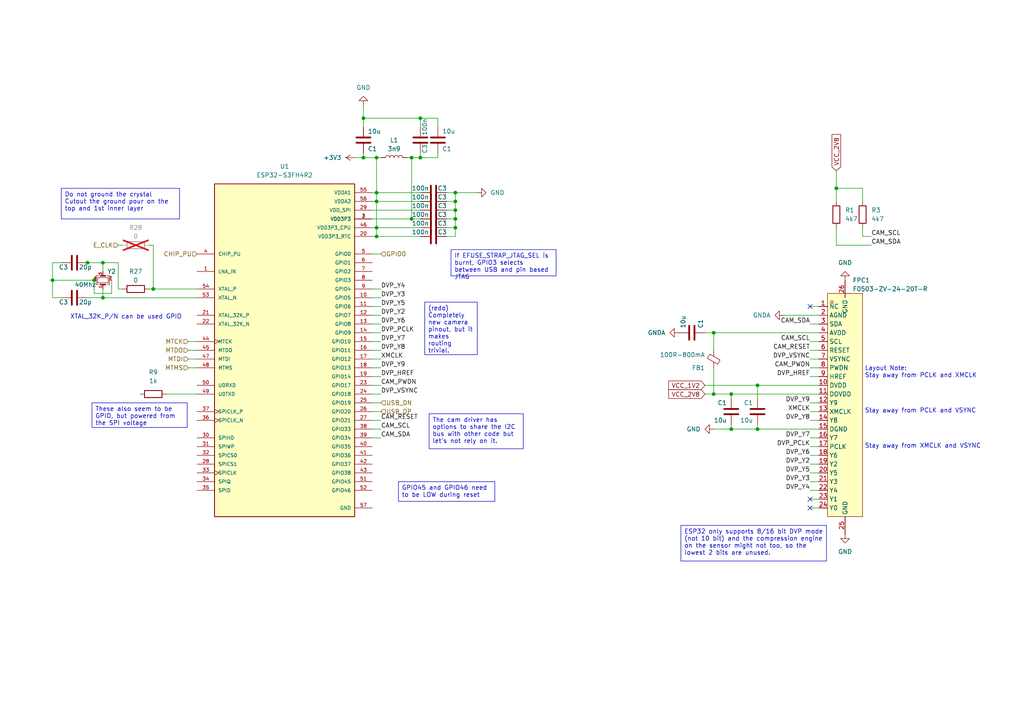
<source format=kicad_sch>
(kicad_sch (version 20230121) (generator eeschema)
  (paper "A4")
  (lib_symbols
    (symbol "Device:C" (pin_numbers hide) (pin_names (offset 0.254))
      (property "Reference" "C" (at 0.635 2.54 0))
      (property "Value" "C" (at 0.635 -2.54 0))
      (symbol "C_0_1"
        (polyline (pts (xy -2.032 -0.762) (xy 2.032 -0.762)) (stroke (width 0.508)))
        (polyline (pts (xy -2.032 0.762) (xy 2.032 0.762)) (stroke (width 0.508)))
      )
      (symbol "C_1_1"
        (pin passive line (at 0 3.81 270) (length 2.794) (name "~") (number "1"))
        (pin passive line (at 0 -3.81 90) (length 2.794) (name "~") (number "2"))
      )
    )
    (symbol "Device:Crystal_GND24_Small" (pin_names (offset 1.016) hide)
      (property "Reference" "Y" (at 1.27 4.445 0))
      (property "Value" "Crystal_GND24_Small" (at 1.27 2.54 0))
      (symbol "Crystal_GND24_Small_0_1"
        (rectangle (start -0.762 -1.524) (end 0.762 1.524))
        (polyline (pts (xy -1.27 -0.762) (xy -1.27 0.762)) (stroke (width 0.381)))
        (polyline (pts (xy 1.27 -0.762) (xy 1.27 0.762)) (stroke (width 0.381)))
        (polyline (pts (xy -1.27 -1.27) (xy -1.27 -1.905) (xy 1.27 -1.905) (xy 1.27 -1.27)))
        (polyline (pts (xy -1.27 1.27) (xy -1.27 1.905) (xy 1.27 1.905) (xy 1.27 1.27)))
      )
      (symbol "Crystal_GND24_Small_1_1"
        (pin passive line (at -2.54 0 0) (length 1.27) (name "1") (number "1"))
        (pin passive line (at 0 -2.54 90) (length 0.635) (name "2") (number "2"))
        (pin passive line (at 2.54 0 180) (length 1.27) (name "3") (number "3"))
        (pin passive line (at 0 2.54 270) (length 0.635) (name "4") (number "4"))
      )
    )
    (symbol "Device:FerriteBead_Small" (pin_numbers hide) (pin_names (offset 0))
      (property "Reference" "FB" (at 1.905 1.27 0))
      (property "Value" "FerriteBead_Small" (at 1.905 -1.27 0))
      (symbol "FerriteBead_Small_0_1"
        (polyline (pts (xy 0 -1.27) (xy 0 -0.7874)))
        (polyline (pts (xy 0 0.889) (xy 0 1.2954)))
        (polyline (pts (xy -1.8288 0.2794) (xy -1.1176 1.4986) (xy 1.8288 -0.2032) (xy 1.1176 -1.4224) (xy -1.8288 0.2794)))
      )
      (symbol "FerriteBead_Small_1_1"
        (pin passive line (at 0 2.54 270) (length 1.27) (name "~") (number "1"))
        (pin passive line (at 0 -2.54 90) (length 1.27) (name "~") (number "2"))
      )
    )
    (symbol "Device:L" (pin_numbers hide) (pin_names (offset 1.016) hide)
      (property "Reference" "L" (at -1.27 0 90))
      (property "Value" "L" (at 1.905 0 90))
      (symbol "L_0_1"
        (arc (start 0 -2.54) (mid 0.6323 -1.905) (end 0 -1.27))
        (arc (start 0 -1.27) (mid 0.6323 -0.635) (end 0 0))
        (arc (start 0 0) (mid 0.6323 0.635) (end 0 1.27))
        (arc (start 0 1.27) (mid 0.6323 1.905) (end 0 2.54))
      )
      (symbol "L_1_1"
        (pin passive line (at 0 3.81 270) (length 1.27) (name "1") (number "1"))
        (pin passive line (at 0 -3.81 90) (length 1.27) (name "2") (number "2"))
      )
    )
    (symbol "Device:R" (pin_numbers hide) (pin_names (offset 0))
      (property "Reference" "R" (at 2.032 0 90))
      (property "Value" "R" (at 0 0 90))
      (symbol "R_0_1"
        (rectangle (start -1.016 -2.54) (end 1.016 2.54) (stroke (width 0.254)))
      )
      (symbol "R_1_1"
        (pin passive line (at 0 3.81 270) (length 1.27) (name "~") (number "1"))
        (pin passive line (at 0 -3.81 90) (length 1.27) (name "~") (number "2"))
      )
    )
    (symbol "easyeda2kicad:F0503-ZV-24-20T-R"
      (property "Reference" "FPC1" (at 2.1941 21.59 0))
      (property "Value" "F0503-ZV-24-20T-R" (at 2.1941 19.05 0))
      (symbol "F0503-ZV-24-20T-R_0_1"
        (rectangle (start -5.08 17.78) (end 5.08 -46.99) (fill (type background)))
        (circle (center -3.81 15.24) (radius 0.38))
      )
      (symbol "F0503-ZV-24-20T-R_1_1"
        (pin unspecified line (at -7.62 13.97 0) (length 2.54) (name "NC") (number "1"))
        (pin unspecified line (at -7.62 -8.89 0) (length 2.54) (name "DVDD") (number "10"))
        (pin unspecified line (at -7.62 -11.43 0) (length 2.54) (name "DOVDD") (number "11"))
        (pin unspecified line (at -7.62 -13.97 0) (length 2.54) (name "Y9") (number "12"))
        (pin unspecified line (at -7.62 -16.51 0) (length 2.54) (name "XMCLK") (number "13"))
        (pin unspecified line (at -7.62 -19.05 0) (length 2.54) (name "Y8") (number "14"))
        (pin unspecified line (at -7.62 -21.59 0) (length 2.54) (name "DGND") (number "15"))
        (pin unspecified line (at -7.62 -24.13 0) (length 2.54) (name "Y7") (number "16"))
        (pin unspecified line (at -7.62 -26.67 0) (length 2.54) (name "PCLK") (number "17"))
        (pin unspecified line (at -7.62 -29.21 0) (length 2.54) (name "Y6") (number "18"))
        (pin unspecified line (at -7.62 -31.75 0) (length 2.54) (name "Y2") (number "19"))
        (pin unspecified line (at -7.62 11.43 0) (length 2.54) (name "AGND") (number "2"))
        (pin unspecified line (at -7.62 -34.29 0) (length 2.54) (name "Y5") (number "20"))
        (pin unspecified line (at -7.62 -36.83 0) (length 2.54) (name "Y3") (number "21"))
        (pin unspecified line (at -7.62 -39.37 0) (length 2.54) (name "Y4") (number "22"))
        (pin unspecified line (at -7.62 -41.91 0) (length 2.54) (name "Y1") (number "23"))
        (pin unspecified line (at -7.62 -44.45 0) (length 2.54) (name "Y0") (number "24"))
        (pin unspecified line (at 0 -52.07 90) (length 5.08) (name "GND") (number "25"))
        (pin unspecified line (at 0 21.59 270) (length 5.08) (name "GND") (number "26"))
        (pin unspecified line (at -7.62 8.89 0) (length 2.54) (name "SDA") (number "3"))
        (pin unspecified line (at -7.62 6.35 0) (length 2.54) (name "AVDD") (number "4"))
        (pin unspecified line (at -7.62 3.81 0) (length 2.54) (name "SCL") (number "5"))
        (pin unspecified line (at -7.62 1.27 0) (length 2.54) (name "RESET") (number "6"))
        (pin unspecified line (at -7.62 -1.27 0) (length 2.54) (name "VSYNC") (number "7"))
        (pin unspecified line (at -7.62 -3.81 0) (length 2.54) (name "PWDN") (number "8"))
        (pin unspecified line (at -7.62 -6.35 0) (length 2.54) (name "HREF") (number "9"))
      )
    )
    (symbol "mylib:ESP32-S3" (pin_names (offset 1.016))
      (property "Reference" "U" (at -20.32 49.53 0))
      (property "Value" "ESP32-S3" (at -20.32 -49.53 0))
      (symbol "ESP32-S3_0_0"
        (rectangle (start -20.32 -48.26) (end 20.32 48.26) (stroke (width 0.254)) (fill (type background)))
        (pin bidirectional line (at -25.4 22.86 0) (length 5.08) (name "LNA_IN") (number "1"))
        (pin bidirectional line (at 25.4 15.24 180) (length 5.08) (name "GPIO5") (number "10"))
        (pin bidirectional line (at 25.4 12.7 180) (length 5.08) (name "GPIO6") (number "11"))
        (pin bidirectional line (at 25.4 10.16 180) (length 5.08) (name "GPIO7") (number "12"))
        (pin bidirectional line (at 25.4 7.62 180) (length 5.08) (name "GPIO8") (number "13"))
        (pin bidirectional line (at 25.4 5.08 180) (length 5.08) (name "GPIO9") (number "14"))
        (pin bidirectional line (at 25.4 2.54 180) (length 5.08) (name "GPIO10") (number "15"))
        (pin bidirectional line (at 25.4 0 180) (length 5.08) (name "GPIO11") (number "16"))
        (pin bidirectional line (at 25.4 -2.54 180) (length 5.08) (name "GPIO12") (number "17"))
        (pin bidirectional line (at 25.4 -5.08 180) (length 5.08) (name "GPIO13") (number "18"))
        (pin bidirectional line (at 25.4 -7.62 180) (length 5.08) (name "GPIO14") (number "19"))
        (pin power_in line (at 25.4 38.1 180) (length 5.08) (name "VDD3P3") (number "2"))
        (pin power_in line (at 25.4 33.02 180) (length 5.08) (name "VDD3P3_RTC") (number "20"))
        (pin bidirectional line (at -25.4 10.16 0) (length 5.08) (name "XTAL_32K_P") (number "21"))
        (pin bidirectional line (at -25.4 7.62 0) (length 5.08) (name "XTAL_32K_N") (number "22"))
        (pin bidirectional line (at 25.4 -10.16 180) (length 5.08) (name "GPIO17") (number "23"))
        (pin bidirectional line (at 25.4 -12.7 180) (length 5.08) (name "GPIO18") (number "24"))
        (pin bidirectional line (at 25.4 -15.24 180) (length 5.08) (name "GPIO19") (number "25"))
        (pin bidirectional line (at 25.4 -17.78 180) (length 5.08) (name "GPIO20") (number "26"))
        (pin bidirectional line (at 25.4 -20.32 180) (length 5.08) (name "GPIO21") (number "27"))
        (pin bidirectional line (at -25.4 -33.02 0) (length 5.08) (name "SPICS1") (number "28"))
        (pin power_in line (at 25.4 40.64 180) (length 5.08) (name "VDD_SPI") (number "29"))
        (pin power_in line (at 25.4 38.1 180) (length 5.08) (name "VDD3P3") (number "3"))
        (pin bidirectional line (at -25.4 -25.4 0) (length 5.08) (name "SPIHD") (number "30"))
        (pin bidirectional line (at -25.4 -27.94 0) (length 5.08) (name "SPIWP") (number "31"))
        (pin bidirectional line (at -25.4 -30.48 0) (length 5.08) (name "SPICS0") (number "32"))
        (pin bidirectional clock (at -25.4 -35.56 0) (length 5.08) (name "SPICLK") (number "33"))
        (pin bidirectional line (at -25.4 -38.1 0) (length 5.08) (name "SPIQ") (number "34"))
        (pin bidirectional line (at -25.4 -40.64 0) (length 5.08) (name "SPID") (number "35"))
        (pin bidirectional clock (at -25.4 -20.32 0) (length 5.08) (name "SPICLK_N") (number "36"))
        (pin bidirectional clock (at -25.4 -17.78 0) (length 5.08) (name "SPICLK_P") (number "37"))
        (pin bidirectional line (at 25.4 -22.86 180) (length 5.08) (name "GPIO33") (number "38"))
        (pin bidirectional line (at 25.4 -25.4 180) (length 5.08) (name "GPIO34") (number "39"))
        (pin input line (at -25.4 27.94 0) (length 5.08) (name "CHIP_PU") (number "4"))
        (pin bidirectional line (at 25.4 -27.94 180) (length 5.08) (name "GPIO35") (number "40"))
        (pin bidirectional line (at 25.4 -30.48 180) (length 5.08) (name "GPIO36") (number "41"))
        (pin bidirectional line (at 25.4 -33.02 180) (length 5.08) (name "GPIO37") (number "42"))
        (pin bidirectional line (at 25.4 -35.56 180) (length 5.08) (name "GPIO38") (number "43"))
        (pin bidirectional clock (at -25.4 2.54 0) (length 5.08) (name "MTCK") (number "44"))
        (pin bidirectional line (at -25.4 0 0) (length 5.08) (name "MTDO") (number "45"))
        (pin power_in line (at 25.4 35.56 180) (length 5.08) (name "VDD3P3_CPU") (number "46"))
        (pin bidirectional line (at -25.4 -2.54 0) (length 5.08) (name "MTDI") (number "47"))
        (pin bidirectional line (at -25.4 -5.08 0) (length 5.08) (name "MTMS") (number "48"))
        (pin bidirectional line (at -25.4 -12.7 0) (length 5.08) (name "U0TXD") (number "49"))
        (pin bidirectional line (at 25.4 27.94 180) (length 5.08) (name "GPIO0") (number "5"))
        (pin bidirectional line (at -25.4 -10.16 0) (length 5.08) (name "U0RXD") (number "50"))
        (pin bidirectional line (at 25.4 -38.1 180) (length 5.08) (name "GPIO45") (number "51"))
        (pin bidirectional line (at 25.4 -40.64 180) (length 5.08) (name "GPIO46") (number "52"))
        (pin output line (at -25.4 15.24 0) (length 5.08) (name "XTAL_N") (number "53"))
        (pin input line (at -25.4 17.78 0) (length 5.08) (name "XTAL_P") (number "54"))
        (pin power_in line (at 25.4 45.72 180) (length 5.08) (name "VDDA1") (number "55"))
        (pin power_in line (at 25.4 43.18 180) (length 5.08) (name "VDDA2") (number "56"))
        (pin power_in line (at 25.4 -45.72 180) (length 5.08) (name "GND") (number "57"))
        (pin bidirectional line (at 25.4 25.4 180) (length 5.08) (name "GPIO1") (number "6"))
        (pin bidirectional line (at 25.4 22.86 180) (length 5.08) (name "GPIO2") (number "7"))
        (pin bidirectional line (at 25.4 20.32 180) (length 5.08) (name "GPIO3") (number "8"))
        (pin bidirectional line (at 25.4 17.78 180) (length 5.08) (name "GPIO4") (number "9"))
      )
    )
    (symbol "power:+3V3" (power) (pin_names (offset 0))
      (property "Value" "+3V3" (at 0 3.556 0))
      (symbol "+3V3_0_1"
        (polyline (pts (xy -0.762 1.27) (xy 0 2.54)))
        (polyline (pts (xy 0 0) (xy 0 2.54)))
        (polyline (pts (xy 0 2.54) (xy 0.762 1.27)))
      )
      (symbol "+3V3_1_1"
        (pin power_in line (at 0 0 90) (length 0) hide (name "+3V3") (number "1"))
      )
    )
    (symbol "power:GND" (power) (pin_names (offset 0))
      (property "Value" "GND" (at 0 -3.81 0))
      (symbol "GND_0_1"
        (polyline (pts (xy 0 0) (xy 0 -1.27) (xy 1.27 -1.27) (xy 0 -2.54) (xy -1.27 -1.27) (xy 0 -1.27)))
      )
      (symbol "GND_1_1"
        (pin power_in line (at 0 0 270) (length 0) hide (name "GND") (number "1"))
      )
    )
    (symbol "power:GNDA" (power) (pin_names (offset 0))
      (property "Value" "GNDA" (at 0 -3.81 0))
      (symbol "GNDA_0_1"
        (polyline (pts (xy 0 0) (xy 0 -1.27) (xy 1.27 -1.27) (xy 0 -2.54) (xy -1.27 -1.27) (xy 0 -1.27)))
      )
      (symbol "GNDA_1_1"
        (pin power_in line (at 0 0 270) (length 0) hide (name "GNDA") (number "1"))
      )
    )
  )
  (junction (at 121.92 34.29))
  (junction (at 212.09 114.3))
  (junction (at 109.22 45.72))
  (junction (at 105.41 34.29))
  (junction (at 109.22 58.42))
  (junction (at 132.08 66.04))
  (junction (at 29.845 86.36))
  (junction (at 105.41 45.72))
  (junction (at 207.01 114.3))
  (junction (at 207.01 96.52))
  (junction (at 132.08 55.88))
  (junction (at 121.92 45.72))
  (junction (at 219.71 124.46))
  (junction (at 242.57 54.61))
  (junction (at 219.71 111.76))
  (junction (at 27.305 81.28))
  (junction (at 109.22 55.88))
  (junction (at 119.38 63.5))
  (junction (at 132.08 63.5))
  (junction (at 132.08 58.42))
  (junction (at 109.22 66.04))
  (junction (at 132.08 60.96))
  (junction (at 109.22 68.58))
  (junction (at 15.24 81.28))
  (junction (at 212.09 124.46))
  (junction (at 25.4 76.2))
  (junction (at 44.45 83.82))
  (junction (at 29.845 76.2))
  (junction (at 119.38 45.72))
  (no_connect (at 234.95 88.9))
  (no_connect (at 234.95 147.32))
  (no_connect (at 234.95 144.78))
  (wire (pts (xy 110.49 109.22) (xy 107.95 109.22)))
  (wire (pts (xy 204.47 96.52) (xy 207.01 96.52)))
  (wire (pts (xy 234.95 106.68) (xy 237.49 106.68)))
  (wire (pts (xy 110.49 114.3) (xy 107.95 114.3)))
  (wire (pts (xy 110.49 121.92) (xy 107.95 121.92)))
  (wire (pts (xy 15.24 81.28) (xy 15.24 86.36)))
  (wire (pts (xy 29.845 86.36) (xy 25.4 86.36)))
  (wire (pts (xy 219.71 111.76) (xy 237.49 111.76)))
  (wire (pts (xy 109.22 68.58) (xy 121.92 68.58)))
  (wire (pts (xy 15.24 76.2) (xy 15.24 81.28)))
  (wire (pts (xy 29.845 86.36) (xy 57.15 86.36)))
  (wire (pts (xy 121.92 34.29) (xy 121.92 36.83)))
  (wire (pts (xy 17.78 76.2) (xy 15.24 76.2)))
  (wire (pts (xy 129.54 66.04) (xy 132.08 66.04)))
  (wire (pts (xy 110.49 116.84) (xy 107.95 116.84)))
  (wire (pts (xy 44.45 83.82) (xy 44.45 71.12)))
  (wire (pts (xy 110.49 106.68) (xy 107.95 106.68)))
  (wire (pts (xy 234.95 129.54) (xy 237.49 129.54)))
  (wire (pts (xy 234.95 132.08) (xy 237.49 132.08)))
  (wire (pts (xy 234.95 147.32) (xy 237.49 147.32)))
  (wire (pts (xy 119.38 63.5) (xy 107.95 63.5)))
  (wire (pts (xy 242.57 54.61) (xy 250.19 54.61)))
  (wire (pts (xy 129.54 63.5) (xy 132.08 63.5)))
  (wire (pts (xy 32.385 85.09) (xy 27.305 85.09)))
  (wire (pts (xy 132.08 63.5) (xy 132.08 60.96)))
  (wire (pts (xy 212.09 114.3) (xy 212.09 115.57)))
  (wire (pts (xy 105.41 45.72) (xy 102.87 45.72)))
  (wire (pts (xy 109.22 58.42) (xy 109.22 66.04)))
  (wire (pts (xy 250.19 54.61) (xy 250.19 58.42)))
  (wire (pts (xy 132.08 58.42) (xy 132.08 55.88)))
  (wire (pts (xy 110.49 119.38) (xy 107.95 119.38)))
  (wire (pts (xy 119.38 45.72) (xy 118.11 45.72)))
  (wire (pts (xy 207.01 124.46) (xy 212.09 124.46)))
  (wire (pts (xy 110.49 45.72) (xy 109.22 45.72)))
  (wire (pts (xy 132.08 55.88) (xy 138.43 55.88)))
  (wire (pts (xy 234.95 99.06) (xy 237.49 99.06)))
  (wire (pts (xy 212.09 114.3) (xy 237.49 114.3)))
  (wire (pts (xy 129.54 58.42) (xy 132.08 58.42)))
  (wire (pts (xy 242.57 54.61) (xy 242.57 58.42)))
  (wire (pts (xy 110.49 96.52) (xy 107.95 96.52)))
  (wire (pts (xy 121.92 45.72) (xy 127 45.72)))
  (wire (pts (xy 54.61 101.6) (xy 57.15 101.6)))
  (wire (pts (xy 219.71 123.19) (xy 219.71 124.46)))
  (wire (pts (xy 219.71 124.46) (xy 237.49 124.46)))
  (wire (pts (xy 43.18 83.82) (xy 44.45 83.82)))
  (wire (pts (xy 105.41 34.29) (xy 105.41 36.83)))
  (wire (pts (xy 110.49 73.66) (xy 107.95 73.66)))
  (wire (pts (xy 43.18 71.12) (xy 44.45 71.12)))
  (wire (pts (xy 227.33 91.44) (xy 237.49 91.44)))
  (wire (pts (xy 110.49 124.46) (xy 107.95 124.46)))
  (wire (pts (xy 110.49 127) (xy 107.95 127)))
  (wire (pts (xy 110.49 91.44) (xy 107.95 91.44)))
  (wire (pts (xy 207.01 96.52) (xy 207.01 101.6)))
  (wire (pts (xy 110.49 101.6) (xy 107.95 101.6)))
  (wire (pts (xy 234.95 104.14) (xy 237.49 104.14)))
  (wire (pts (xy 204.47 114.3) (xy 207.01 114.3)))
  (wire (pts (xy 234.95 134.62) (xy 237.49 134.62)))
  (wire (pts (xy 34.29 76.2) (xy 34.29 83.82)))
  (wire (pts (xy 207.01 96.52) (xy 237.49 96.52)))
  (wire (pts (xy 110.49 111.76) (xy 107.95 111.76)))
  (wire (pts (xy 132.08 60.96) (xy 132.08 58.42)))
  (wire (pts (xy 110.49 93.98) (xy 107.95 93.98)))
  (wire (pts (xy 121.92 45.72) (xy 119.38 45.72)))
  (wire (pts (xy 109.22 55.88) (xy 121.92 55.88)))
  (wire (pts (xy 32.385 81.28) (xy 32.385 85.09)))
  (wire (pts (xy 110.49 99.06) (xy 107.95 99.06)))
  (wire (pts (xy 252.73 68.58) (xy 250.19 68.58)))
  (wire (pts (xy 129.54 60.96) (xy 132.08 60.96)))
  (wire (pts (xy 212.09 123.19) (xy 212.09 124.46)))
  (wire (pts (xy 110.49 104.14) (xy 107.95 104.14)))
  (wire (pts (xy 204.47 111.76) (xy 219.71 111.76)))
  (wire (pts (xy 109.22 45.72) (xy 109.22 55.88)))
  (wire (pts (xy 132.08 66.04) (xy 132.08 63.5)))
  (wire (pts (xy 34.29 83.82) (xy 35.56 83.82)))
  (wire (pts (xy 234.95 119.38) (xy 237.49 119.38)))
  (wire (pts (xy 119.38 45.72) (xy 119.38 63.5)))
  (wire (pts (xy 110.49 83.82) (xy 107.95 83.82)))
  (wire (pts (xy 54.61 99.06) (xy 57.15 99.06)))
  (wire (pts (xy 234.95 144.78) (xy 237.49 144.78)))
  (wire (pts (xy 54.61 106.68) (xy 57.15 106.68)))
  (wire (pts (xy 109.22 66.04) (xy 109.22 68.58)))
  (wire (pts (xy 109.22 58.42) (xy 107.95 58.42)))
  (wire (pts (xy 105.41 45.72) (xy 109.22 45.72)))
  (wire (pts (xy 127 34.29) (xy 127 36.83)))
  (wire (pts (xy 234.95 116.84) (xy 237.49 116.84)))
  (wire (pts (xy 234.95 127) (xy 237.49 127)))
  (wire (pts (xy 15.24 86.36) (xy 17.78 86.36)))
  (wire (pts (xy 234.95 88.9) (xy 237.49 88.9)))
  (wire (pts (xy 252.73 71.12) (xy 242.57 71.12)))
  (wire (pts (xy 25.4 76.2) (xy 29.845 76.2)))
  (wire (pts (xy 242.57 49.53) (xy 242.57 54.61)))
  (wire (pts (xy 234.95 121.92) (xy 237.49 121.92)))
  (wire (pts (xy 29.845 76.2) (xy 34.29 76.2)))
  (wire (pts (xy 107.95 55.88) (xy 109.22 55.88)))
  (wire (pts (xy 250.19 68.58) (xy 250.19 66.04)))
  (wire (pts (xy 14.605 81.28) (xy 15.24 81.28)))
  (wire (pts (xy 29.845 83.82) (xy 29.845 86.36)))
  (wire (pts (xy 127 45.72) (xy 127 44.45)))
  (wire (pts (xy 121.92 34.29) (xy 127 34.29)))
  (wire (pts (xy 207.01 106.68) (xy 207.01 114.3)))
  (wire (pts (xy 234.95 142.24) (xy 237.49 142.24)))
  (wire (pts (xy 107.95 66.04) (xy 109.22 66.04)))
  (wire (pts (xy 234.95 137.16) (xy 237.49 137.16)))
  (wire (pts (xy 110.49 86.36) (xy 107.95 86.36)))
  (wire (pts (xy 234.95 101.6) (xy 237.49 101.6)))
  (wire (pts (xy 121.92 44.45) (xy 121.92 45.72)))
  (wire (pts (xy 105.41 44.45) (xy 105.41 45.72)))
  (wire (pts (xy 207.01 114.3) (xy 212.09 114.3)))
  (wire (pts (xy 212.09 124.46) (xy 219.71 124.46)))
  (wire (pts (xy 15.24 81.28) (xy 27.305 81.28)))
  (wire (pts (xy 29.845 76.2) (xy 29.845 78.74)))
  (wire (pts (xy 107.95 60.96) (xy 121.92 60.96)))
  (wire (pts (xy 219.71 111.76) (xy 219.71 115.57)))
  (wire (pts (xy 105.41 34.29) (xy 121.92 34.29)))
  (wire (pts (xy 109.22 55.88) (xy 109.22 58.42)))
  (wire (pts (xy 132.08 68.58) (xy 132.08 66.04)))
  (wire (pts (xy 34.29 71.12) (xy 35.56 71.12)))
  (wire (pts (xy 109.22 66.04) (xy 121.92 66.04)))
  (wire (pts (xy 109.22 58.42) (xy 121.92 58.42)))
  (wire (pts (xy 48.26 114.3) (xy 57.15 114.3)))
  (wire (pts (xy 234.95 109.22) (xy 237.49 109.22)))
  (wire (pts (xy 129.54 68.58) (xy 132.08 68.58)))
  (wire (pts (xy 24.765 76.2) (xy 25.4 76.2)))
  (wire (pts (xy 119.38 63.5) (xy 121.92 63.5)))
  (wire (pts (xy 107.95 68.58) (xy 109.22 68.58)))
  (wire (pts (xy 132.08 55.88) (xy 129.54 55.88)))
  (wire (pts (xy 234.95 93.98) (xy 237.49 93.98)))
  (wire (pts (xy 54.61 104.14) (xy 57.15 104.14)))
  (wire (pts (xy 234.95 139.7) (xy 237.49 139.7)))
  (wire (pts (xy 242.57 71.12) (xy 242.57 66.04)))
  (wire (pts (xy 105.41 30.48) (xy 105.41 34.29)))
  (wire (pts (xy 44.45 83.82) (xy 57.15 83.82)))
  (wire (pts (xy 27.305 81.28) (xy 27.305 85.09)))
  (wire (pts (xy 110.49 88.9) (xy 107.95 88.9)))
  (text_box "Do not ground the crystal\nCutout the ground pour on the top and 1st inner layer" (at 17.78 54.61 0) (size 34.29 8.89) (effects (font (size 1.27 1.27)) (justify left top)))
  (text_box "GPIO45 and GPIO46 need to be LOW during reset" (at 115.57 139.7 0) (size 27.94 5.715) (effects (font (size 1.27 1.27)) (justify left top)))
  (text_box "The cam driver has options to share the I2C bus with other code but let's not rely on it." (at 124.46 120.015 0) (size 27.305 10.16) (effects (font (size 1.27 1.27)) (justify left top)))
  (text_box "(redo) Completely new camera pinout, but it makes routing trivial." (at 123.19 87.63 0) (size 15.24 15.24) (effects (font (size 1.27 1.27)) (justify left top)))
  (text_box "ESP32 only supports 8/16 bit DVP mode (not 10 bit) and the compression engine on the sensor might not too, so the lowest 2 bits are unused." (at 197.485 152.4 0) (size 42.2275 10.3189) (effects (font (size 1.27 1.27)) (justify left top)))
  (text_box "If EFUSE_STRAP_JTAG_SEL is burnt, GPIO3 selects between USB and pin based JTAG" (at 130.81 72.39 0) (size 30.48 7.62) (effects (font (size 1.27 1.27)) (justify left top)))
  (text_box "These also seem to be GPIO, but powered from the SPI voltage" (at 26.67 116.84 0) (size 27.6225 7.1439) (effects (font (size 1.27 1.27)) (justify left top)))
  (text "Layout Note:\nStay away from PCLK and XMCLK\n\n\n\n\nStay away from PCLK and VSYNC\n\n\n\n\nStay away from XMCLK and VSYNC" (at 250.825 130.175 0) (effects (font (size 1.27 1.27)) (justify left bottom)))
  (text "XTAL_32K_P/N can be used GPIO" (at 20.32 92.71 0) (effects (font (size 1.27 1.27)) (justify left bottom)))
  (label "DVP_Y7" (at 234.95 127 180))
  (label "DVP_VSYNC" (at 110.49 114.3 0))
  (label "DVP_Y9" (at 110.49 106.68 0))
  (label "DVP_Y8" (at 110.49 101.6 0))
  (label "DVP_Y4" (at 110.49 83.82 0))
  (label "DVP_Y3" (at 110.49 86.36 0))
  (label "DVP_Y5" (at 234.95 137.16 180))
  (label "CAM_SDA" (at 234.95 93.98 180))
  (label "DVP_HREF" (at 110.49 109.22 0))
  (label "XMCLK" (at 234.95 119.38 180))
  (label "CAM_RESET" (at 110.49 121.92 0))
  (label "DVP_Y8" (at 234.95 121.92 180))
  (label "CAM_PWDN" (at 234.95 106.68 180))
  (label "DVP_VSYNC" (at 234.95 104.14 180))
  (label "DVP_PCLK" (at 234.95 129.54 180))
  (label "CAM_PWDN" (at 110.49 111.76 0))
  (label "DVP_Y6" (at 110.49 93.98 0))
  (label "CAM_SDA" (at 110.49 127 0))
  (label "CAM_SCL" (at 252.73 68.58 0))
  (label "CAM_SCL" (at 234.95 99.06 180))
  (label "CAM_SCL" (at 110.49 124.46 0))
  (label "DVP_Y4" (at 234.95 142.24 180))
  (label "CAM_RESET" (at 234.95 101.6 180))
  (label "DVP_Y3" (at 234.95 139.7 180))
  (label "DVP_HREF" (at 234.95 109.22 180))
  (label "DVP_Y2" (at 110.49 91.44 0))
  (label "DVP_Y7" (at 110.49 99.06 0))
  (label "DVP_Y2" (at 234.95 134.62 180))
  (label "XMCLK" (at 110.49 104.14 0))
  (label "DVP_Y6" (at 234.95 132.08 180))
  (label "CAM_SDA" (at 252.73 71.12 0))
  (label "DVP_PCLK" (at 110.49 96.52 0))
  (label "DVP_Y9" (at 234.95 116.84 180))
  (label "DVP_Y5" (at 110.49 88.9 0))
  (global_label "VCC_1V2" (shape input) (at 204.47 111.76 180) (property "Intersheetrefs" "${INTERSHEET_REFS}" (effects hide)))
  (global_label "VCC_2V8" (shape input) (at 204.47 114.3 180) (property "Intersheetrefs" "${INTERSHEET_REFS}" (effects hide)))
  (global_label "VCC_2V8" (shape input) (at 242.57 49.53 90) (property "Intersheetrefs" "${INTERSHEET_REFS}" (effects hide)))
  (hierarchical_label "MTCK" (shape input) (at 54.61 99.06 180))
  (hierarchical_label "GPIO0" (shape input) (at 110.49 73.66 0))
  (hierarchical_label "CHIP_PU" (shape input) (at 57.15 73.66 180))
  (hierarchical_label "MTDO" (shape input) (at 54.61 101.6 180))
  (hierarchical_label "E_CLK" (shape input) (at 34.29 71.12 180))
  (hierarchical_label "USB_DN" (shape input) (at 110.49 116.84 0))
  (hierarchical_label "MTMS" (shape input) (at 54.61 106.68 180))
  (hierarchical_label "USB_DP" (shape input) (at 110.49 119.38 0))
  (hierarchical_label "MTDI" (shape input) (at 54.61 104.14 180))
  (symbol (lib_id "Device:C") (at 125.73 68.58 90) (unit 1)
    (property "Reference" "C3" (at 128.27 67.31 90))
    (property "Value" "100n" (at 121.92 67.31 90))
    (property "Footprint" "Capacitor_SMD:C_0402_1005Metric" (effects hide))
    (instances (project "trackinator" (path "" (reference "C3") (unit 1)) (path "" (reference "C24") (unit 1))))
  )
  (symbol (lib_id "Device:R") (at 242.57 62.23 0) (unit 1)
    (property "Reference" "R1" (at 245.11 60.96 0) (effects (justify left)))
    (property "Value" "4k7" (at 245.11 63.5 0) (effects (justify left)))
    (property "Footprint" "Resistor_SMD:R_0402_1005Metric" (effects hide))
  )
  (symbol (lib_id "Device:R") (at 44.45 114.3 90) (unit 1)
    (property "Reference" "R9" (at 44.45 107.95 90))
    (property "Value" "1k" (at 44.45 110.49 90))
    (property "Footprint" "Resistor_SMD:R_0402_1005Metric" (effects hide))
  )
  (symbol (lib_id "Device:C") (at 219.71 119.38 0) (unit 1)
    (property "Reference" "C1" (at 218.44 116.84 0) (effects (justify right)))
    (property "Value" "10u" (at 218.44 121.92 0) (effects (justify right)))
    (property "Footprint" "Capacitor_SMD:C_0603_1608Metric" (effects hide))
    (instances (project "trackinator" (path "" (reference "C1") (unit 1)) (path "" (reference "C29") (unit 1))))
  )
  (symbol (lib_id "power:GNDA") (at 227.33 91.44 270) (unit 1)
    (property "Reference" "#PWR011" (effects hide))
    (property "Value" "GNDA" (at 223.52 91.44 90) (effects (justify right)))
  )
  (symbol (lib_id "Device:R") (at 39.37 83.82 90) (unit 1)
    (property "Reference" "R27" (at 39.37 78.74 90))
    (property "Value" "0" (at 39.37 81.28 90))
    (property "Footprint" "Resistor_SMD:R_0402_1005Metric" (effects hide))
  )
  (symbol (lib_id "power:GND") (at 245.11 81.28 180) (unit 1)
    (property "Reference" "#PWR01" (effects hide))
    (property "Value" "GND" (at 245.11 76.2 0))
  )
  (symbol (lib_id "Device:Crystal_GND24_Small") (at 29.845 81.28 90) (unit 1)
    (property "Reference" "Y2" (at 32.385 78.74 90))
    (property "Value" "40Mhz" (at 24.765 82.55 90))
    (property "Footprint" "Crystal:Crystal_SMD_3225-4Pin_3.2x2.5mm" (effects hide))
  )
  (symbol (lib_id "Device:C") (at 105.41 40.64 180) (unit 1)
    (property "Reference" "C1" (at 106.68 43.18 0) (effects (justify right)))
    (property "Value" "10u" (at 106.68 38.1 0) (effects (justify right)))
    (property "Footprint" "Capacitor_SMD:C_0603_1608Metric" (effects hide))
    (instances (project "trackinator" (path "" (reference "C1") (unit 1)) (path "" (reference "C19") (unit 1))))
  )
  (symbol (lib_id "Device:R") (at 39.37 71.12 270) (unit 1) (dnp yes)
    (property "Reference" "R28" (at 39.37 66.04 90))
    (property "Value" "0" (at 39.37 68.58 90))
    (property "Footprint" "Resistor_SMD:R_0402_1005Metric" (effects hide))
  )
  (symbol (lib_id "Device:C") (at 212.09 119.38 0) (unit 1)
    (property "Reference" "C1" (at 210.82 116.84 0) (effects (justify right)))
    (property "Value" "10u" (at 210.82 121.92 0) (effects (justify right)))
    (property "Footprint" "Capacitor_SMD:C_0603_1608Metric" (effects hide))
    (instances (project "trackinator" (path "" (reference "C1") (unit 1)) (path "" (reference "C27") (unit 1))))
  )
  (symbol (lib_id "Device:C") (at 127 40.64 180) (unit 1)
    (property "Reference" "C1" (at 128.27 43.18 0) (effects (justify right)))
    (property "Value" "10u" (at 128.27 38.1 0) (effects (justify right)))
    (property "Footprint" "Capacitor_SMD:C_0603_1608Metric" (effects hide))
    (instances (project "trackinator" (path "" (reference "C1") (unit 1)) (path "" (reference "C25") (unit 1))))
  )
  (symbol (lib_id "Device:FerriteBead_Small") (at 207.01 104.14 180) (unit 1)
    (property "Reference" "FB1" (at 204.47 106.68 0) (effects (justify left)))
    (property "Value" "100R-800mA" (at 204.47 102.9081 0) (effects (justify left)))
    (property "Footprint" "Inductor_SMD:L_0402_1005Metric" (effects hide))
  )
  (symbol (lib_id "Device:L") (at 114.3 45.72 90) (unit 1)
    (property "Reference" "L1" (at 114.3 40.64 90))
    (property "Value" "3n9" (at 114.3 43.18 90))
    (property "Footprint" "Inductor_SMD:L_0402_1005Metric" (effects hide))
  )
  (symbol (lib_id "Device:C") (at 125.73 60.96 90) (unit 1)
    (property "Reference" "C3" (at 128.27 59.69 90))
    (property "Value" "100n" (at 121.92 59.69 90))
    (property "Footprint" "Capacitor_SMD:C_0402_1005Metric" (effects hide))
    (instances (project "trackinator" (path "" (reference "C3") (unit 1)) (path "" (reference "C21") (unit 1))))
  )
  (symbol (lib_id "Device:C") (at 125.73 58.42 90) (unit 1)
    (property "Reference" "C3" (at 128.27 57.15 90))
    (property "Value" "100n" (at 121.92 57.15 90))
    (property "Footprint" "Capacitor_SMD:C_0402_1005Metric" (effects hide))
    (instances (project "trackinator" (path "" (reference "C3") (unit 1)) (path "" (reference "C20") (unit 1))))
  )
  (symbol (lib_id "power:GND") (at 207.01 124.46 270) (unit 1)
    (property "Reference" "#PWR016" (effects hide))
    (property "Value" "GND" (at 203.2 124.46 90) (effects (justify right)))
  )
  (symbol (lib_id "Device:C") (at 125.73 66.04 90) (unit 1)
    (property "Reference" "C3" (at 128.27 64.77 90))
    (property "Value" "100n" (at 121.92 64.77 90))
    (property "Footprint" "Capacitor_SMD:C_0402_1005Metric" (effects hide))
    (instances (project "trackinator" (path "" (reference "C3") (unit 1)) (path "" (reference "C23") (unit 1))))
  )
  (symbol (lib_id "power:GND") (at 105.41 30.48 180) (unit 1)
    (property "Reference" "#PWR030" (effects hide))
    (property "Value" "GND" (at 105.41 25.4 0))
  )
  (symbol (lib_id "easyeda2kicad:F0503-ZV-24-20T-R") (at 245.11 102.87 0) (unit 1)
    (property "Reference" "FPC1" (at 247.3041 81.28 0) (effects (justify left)))
    (property "Value" "F0503-ZV-24-20T-R" (at 247.3041 83.82 0) (effects (justify left)))
    (property "Footprint" "easyeda2kicad:FPC-SMD_F0503-ZV-24-20T-R" (effects hide))
    (property "Datasheet" "https://lcsc.com/product-detail/FFC-FPC-Connectors_XFCN-F0503-ZV-24-20T-R_C481246.html" (effects hide))
    (property "LCSC Part" "C481246" (effects hide))
  )
  (symbol (lib_id "Device:C") (at 21.59 86.36 270) (unit 1)
    (property "Reference" "C3" (at 18.415 87.63 90))
    (property "Value" "20p" (at 24.765 87.63 90))
    (property "Footprint" "Capacitor_SMD:C_0402_1005Metric" (effects hide))
    (instances (project "trackinator" (path "" (reference "C3") (unit 1)) (path "" (reference "C34") (unit 1))))
  )
  (symbol (lib_id "Device:C") (at 125.73 55.88 90) (unit 1)
    (property "Reference" "C3" (at 128.27 54.61 90))
    (property "Value" "100n" (at 121.92 54.61 90))
    (property "Footprint" "Capacitor_SMD:C_0402_1005Metric" (effects hide))
    (instances (project "trackinator" (path "" (reference "C3") (unit 1)) (path "" (reference "C16") (unit 1))))
  )
  (symbol (lib_id "power:GND") (at 245.11 154.94 0) (unit 1)
    (property "Reference" "#PWR06" (effects hide))
    (property "Value" "GND" (at 245.11 160.02 0))
  )
  (symbol (lib_id "Device:C") (at 125.73 63.5 90) (unit 1)
    (property "Reference" "C3" (at 128.27 62.23 90))
    (property "Value" "100n" (at 121.92 62.23 90))
    (property "Footprint" "Capacitor_SMD:C_0402_1005Metric" (effects hide))
    (instances (project "trackinator" (path "" (reference "C3") (unit 1)) (path "" (reference "C22") (unit 1))))
  )
  (symbol (lib_id "power:GNDA") (at 196.85 96.52 270) (unit 1)
    (property "Reference" "#PWR07" (effects hide))
    (property "Value" "GNDA" (at 193.04 96.52 90) (effects (justify right)))
  )
  (symbol (lib_id "mylib:ESP32-S3") (at 82.55 101.6 0) (unit 1)
    (property "Reference" "U1" (at 82.55 48.26 0))
    (property "Value" "ESP32-S3FH4R2" (at 82.55 50.8 0))
    (property "Footprint" "mylib:ESP32-S3FH4R2" (effects hide))
    (property "PARTREV" "v1.2" (effects hide))
    (property "STANDARD" "Manufacturer Recommendations" (effects hide))
    (property "SNAPEDA_PN" "ESP32-S3" (effects hide))
    (property "MAXIMUM_PACKAGE_HEIGHT" "0.9mm" (effects hide))
    (property "MANUFACTURER" "ESPRESSIF" (effects hide))
    (instances (project "trackinator" (path "" (reference "U1") (unit 1)) (path "" (reference "U2") (unit 1))))
  )
  (symbol (lib_id "Device:R") (at 250.19 62.23 0) (unit 1)
    (property "Reference" "R3" (at 252.73 60.96 0) (effects (justify left)))
    (property "Value" "4k7" (at 252.73 63.5 0) (effects (justify left)))
    (property "Footprint" "Resistor_SMD:R_0402_1005Metric" (effects hide))
  )
  (symbol (lib_id "power:GND") (at 138.43 55.88 90) (unit 1)
    (property "Reference" "#PWR022" (effects hide))
    (property "Value" "GND" (at 142.24 55.88 90) (effects (justify right)))
  )
  (symbol (lib_id "power:+3V3") (at 102.87 45.72 90) (unit 1)
    (property "Reference" "#PWR031" (effects hide))
    (property "Value" "+3V3" (at 99.06 45.72 90) (effects (justify left)))
  )
  (symbol (lib_id "Device:C") (at 200.66 96.52 270) (unit 1)
    (property "Reference" "C1" (at 203.2 95.25 0) (effects (justify right)))
    (property "Value" "10u" (at 198.12 95.25 0) (effects (justify right)))
    (property "Footprint" "Capacitor_SMD:C_0603_1608Metric" (effects hide))
    (instances (project "trackinator" (path "" (reference "C1") (unit 1)) (path "" (reference "C28") (unit 1))))
  )
  (symbol (lib_id "Device:C") (at 21.59 76.2 270) (unit 1)
    (property "Reference" "C3" (at 18.415 77.47 90))
    (property "Value" "20p" (at 24.765 77.47 90))
    (property "Footprint" "Capacitor_SMD:C_0402_1005Metric" (effects hide))
    (instances (project "trackinator" (path "" (reference "C3") (unit 1)) (path "" (reference "C33") (unit 1))))
  )
  (symbol (lib_id "Device:C") (at 121.92 40.64 0) (unit 1)
    (property "Reference" "C3" (at 123.19 43.18 90))
    (property "Value" "100n" (at 123.19 36.83 90))
    (property "Footprint" "Capacitor_SMD:C_0402_1005Metric" (effects hide))
    (instances (project "trackinator" (path "" (reference "C3") (unit 1)) (path "" (reference "C26") (unit 1))))
  )
)
</source>
